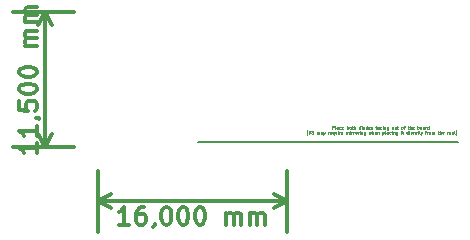
<source format=gbr>
G04 #@! TF.FileFunction,Other,Comment*
%FSLAX46Y46*%
G04 Gerber Fmt 4.6, Leading zero omitted, Abs format (unit mm)*
G04 Created by KiCad (PCBNEW 4.0.6-e0-6349~53~ubuntu16.04.1) date Wed Apr 19 22:32:26 2017*
%MOMM*%
%LPD*%
G01*
G04 APERTURE LIST*
%ADD10C,0.100000*%
%ADD11C,0.200000*%
%ADD12C,0.031750*%
%ADD13C,0.300000*%
G04 APERTURE END LIST*
D10*
D11*
X155500000Y-127000000D02*
X133500000Y-127000000D01*
D12*
X144815043Y-125908530D02*
X144815043Y-125654530D01*
X144911805Y-125654530D01*
X144935996Y-125666625D01*
X144948091Y-125678720D01*
X144960186Y-125702911D01*
X144960186Y-125739196D01*
X144948091Y-125763387D01*
X144935996Y-125775482D01*
X144911805Y-125787577D01*
X144815043Y-125787577D01*
X145105329Y-125908530D02*
X145081138Y-125896435D01*
X145069043Y-125872244D01*
X145069043Y-125654530D01*
X145310948Y-125908530D02*
X145310948Y-125775482D01*
X145298853Y-125751292D01*
X145274663Y-125739196D01*
X145226282Y-125739196D01*
X145202091Y-125751292D01*
X145310948Y-125896435D02*
X145286758Y-125908530D01*
X145226282Y-125908530D01*
X145202091Y-125896435D01*
X145189996Y-125872244D01*
X145189996Y-125848054D01*
X145202091Y-125823863D01*
X145226282Y-125811768D01*
X145286758Y-125811768D01*
X145310948Y-125799673D01*
X145540758Y-125896435D02*
X145516568Y-125908530D01*
X145468187Y-125908530D01*
X145443996Y-125896435D01*
X145431901Y-125884339D01*
X145419806Y-125860149D01*
X145419806Y-125787577D01*
X145431901Y-125763387D01*
X145443996Y-125751292D01*
X145468187Y-125739196D01*
X145516568Y-125739196D01*
X145540758Y-125751292D01*
X145746377Y-125896435D02*
X145722187Y-125908530D01*
X145673806Y-125908530D01*
X145649615Y-125896435D01*
X145637520Y-125872244D01*
X145637520Y-125775482D01*
X145649615Y-125751292D01*
X145673806Y-125739196D01*
X145722187Y-125739196D01*
X145746377Y-125751292D01*
X145758472Y-125775482D01*
X145758472Y-125799673D01*
X145637520Y-125823863D01*
X146060853Y-125908530D02*
X146060853Y-125654530D01*
X146060853Y-125751292D02*
X146085044Y-125739196D01*
X146133425Y-125739196D01*
X146157615Y-125751292D01*
X146169710Y-125763387D01*
X146181806Y-125787577D01*
X146181806Y-125860149D01*
X146169710Y-125884339D01*
X146157615Y-125896435D01*
X146133425Y-125908530D01*
X146085044Y-125908530D01*
X146060853Y-125896435D01*
X146326949Y-125908530D02*
X146302758Y-125896435D01*
X146290663Y-125884339D01*
X146278568Y-125860149D01*
X146278568Y-125787577D01*
X146290663Y-125763387D01*
X146302758Y-125751292D01*
X146326949Y-125739196D01*
X146363235Y-125739196D01*
X146387425Y-125751292D01*
X146399520Y-125763387D01*
X146411616Y-125787577D01*
X146411616Y-125860149D01*
X146399520Y-125884339D01*
X146387425Y-125896435D01*
X146363235Y-125908530D01*
X146326949Y-125908530D01*
X146484187Y-125739196D02*
X146580949Y-125739196D01*
X146520473Y-125654530D02*
X146520473Y-125872244D01*
X146532568Y-125896435D01*
X146556759Y-125908530D01*
X146580949Y-125908530D01*
X146665616Y-125908530D02*
X146665616Y-125654530D01*
X146774473Y-125908530D02*
X146774473Y-125775482D01*
X146762378Y-125751292D01*
X146738188Y-125739196D01*
X146701902Y-125739196D01*
X146677711Y-125751292D01*
X146665616Y-125763387D01*
X147197807Y-125908530D02*
X147197807Y-125654530D01*
X147197807Y-125896435D02*
X147173617Y-125908530D01*
X147125236Y-125908530D01*
X147101045Y-125896435D01*
X147088950Y-125884339D01*
X147076855Y-125860149D01*
X147076855Y-125787577D01*
X147088950Y-125763387D01*
X147101045Y-125751292D01*
X147125236Y-125739196D01*
X147173617Y-125739196D01*
X147197807Y-125751292D01*
X147318760Y-125908530D02*
X147318760Y-125739196D01*
X147318760Y-125654530D02*
X147306665Y-125666625D01*
X147318760Y-125678720D01*
X147330855Y-125666625D01*
X147318760Y-125654530D01*
X147318760Y-125678720D01*
X147475998Y-125908530D02*
X147451807Y-125896435D01*
X147439712Y-125884339D01*
X147427617Y-125860149D01*
X147427617Y-125787577D01*
X147439712Y-125763387D01*
X147451807Y-125751292D01*
X147475998Y-125739196D01*
X147512284Y-125739196D01*
X147536474Y-125751292D01*
X147548569Y-125763387D01*
X147560665Y-125787577D01*
X147560665Y-125860149D01*
X147548569Y-125884339D01*
X147536474Y-125896435D01*
X147512284Y-125908530D01*
X147475998Y-125908530D01*
X147778379Y-125908530D02*
X147778379Y-125654530D01*
X147778379Y-125896435D02*
X147754189Y-125908530D01*
X147705808Y-125908530D01*
X147681617Y-125896435D01*
X147669522Y-125884339D01*
X147657427Y-125860149D01*
X147657427Y-125787577D01*
X147669522Y-125763387D01*
X147681617Y-125751292D01*
X147705808Y-125739196D01*
X147754189Y-125739196D01*
X147778379Y-125751292D01*
X147996094Y-125896435D02*
X147971904Y-125908530D01*
X147923523Y-125908530D01*
X147899332Y-125896435D01*
X147887237Y-125872244D01*
X147887237Y-125775482D01*
X147899332Y-125751292D01*
X147923523Y-125739196D01*
X147971904Y-125739196D01*
X147996094Y-125751292D01*
X148008189Y-125775482D01*
X148008189Y-125799673D01*
X147887237Y-125823863D01*
X148104951Y-125896435D02*
X148129141Y-125908530D01*
X148177522Y-125908530D01*
X148201713Y-125896435D01*
X148213808Y-125872244D01*
X148213808Y-125860149D01*
X148201713Y-125835958D01*
X148177522Y-125823863D01*
X148141237Y-125823863D01*
X148117046Y-125811768D01*
X148104951Y-125787577D01*
X148104951Y-125775482D01*
X148117046Y-125751292D01*
X148141237Y-125739196D01*
X148177522Y-125739196D01*
X148201713Y-125751292D01*
X148479903Y-125739196D02*
X148576665Y-125739196D01*
X148516189Y-125908530D02*
X148516189Y-125690815D01*
X148528284Y-125666625D01*
X148552475Y-125654530D01*
X148576665Y-125654530D01*
X148770189Y-125908530D02*
X148770189Y-125775482D01*
X148758094Y-125751292D01*
X148733904Y-125739196D01*
X148685523Y-125739196D01*
X148661332Y-125751292D01*
X148770189Y-125896435D02*
X148745999Y-125908530D01*
X148685523Y-125908530D01*
X148661332Y-125896435D01*
X148649237Y-125872244D01*
X148649237Y-125848054D01*
X148661332Y-125823863D01*
X148685523Y-125811768D01*
X148745999Y-125811768D01*
X148770189Y-125799673D01*
X148999999Y-125896435D02*
X148975809Y-125908530D01*
X148927428Y-125908530D01*
X148903237Y-125896435D01*
X148891142Y-125884339D01*
X148879047Y-125860149D01*
X148879047Y-125787577D01*
X148891142Y-125763387D01*
X148903237Y-125751292D01*
X148927428Y-125739196D01*
X148975809Y-125739196D01*
X148999999Y-125751292D01*
X149108856Y-125908530D02*
X149108856Y-125739196D01*
X149108856Y-125654530D02*
X149096761Y-125666625D01*
X149108856Y-125678720D01*
X149120951Y-125666625D01*
X149108856Y-125654530D01*
X149108856Y-125678720D01*
X149229808Y-125739196D02*
X149229808Y-125908530D01*
X149229808Y-125763387D02*
X149241903Y-125751292D01*
X149266094Y-125739196D01*
X149302380Y-125739196D01*
X149326570Y-125751292D01*
X149338665Y-125775482D01*
X149338665Y-125908530D01*
X149568475Y-125739196D02*
X149568475Y-125944815D01*
X149556380Y-125969006D01*
X149544285Y-125981101D01*
X149520094Y-125993196D01*
X149483809Y-125993196D01*
X149459618Y-125981101D01*
X149568475Y-125896435D02*
X149544285Y-125908530D01*
X149495904Y-125908530D01*
X149471713Y-125896435D01*
X149459618Y-125884339D01*
X149447523Y-125860149D01*
X149447523Y-125787577D01*
X149459618Y-125763387D01*
X149471713Y-125751292D01*
X149495904Y-125739196D01*
X149544285Y-125739196D01*
X149568475Y-125751292D01*
X149919238Y-125908530D02*
X149895047Y-125896435D01*
X149882952Y-125884339D01*
X149870857Y-125860149D01*
X149870857Y-125787577D01*
X149882952Y-125763387D01*
X149895047Y-125751292D01*
X149919238Y-125739196D01*
X149955524Y-125739196D01*
X149979714Y-125751292D01*
X149991809Y-125763387D01*
X150003905Y-125787577D01*
X150003905Y-125860149D01*
X149991809Y-125884339D01*
X149979714Y-125896435D01*
X149955524Y-125908530D01*
X149919238Y-125908530D01*
X150221619Y-125739196D02*
X150221619Y-125908530D01*
X150112762Y-125739196D02*
X150112762Y-125872244D01*
X150124857Y-125896435D01*
X150149048Y-125908530D01*
X150185334Y-125908530D01*
X150209524Y-125896435D01*
X150221619Y-125884339D01*
X150306286Y-125739196D02*
X150403048Y-125739196D01*
X150342572Y-125654530D02*
X150342572Y-125872244D01*
X150354667Y-125896435D01*
X150378858Y-125908530D01*
X150403048Y-125908530D01*
X150717525Y-125908530D02*
X150693334Y-125896435D01*
X150681239Y-125884339D01*
X150669144Y-125860149D01*
X150669144Y-125787577D01*
X150681239Y-125763387D01*
X150693334Y-125751292D01*
X150717525Y-125739196D01*
X150753811Y-125739196D01*
X150778001Y-125751292D01*
X150790096Y-125763387D01*
X150802192Y-125787577D01*
X150802192Y-125860149D01*
X150790096Y-125884339D01*
X150778001Y-125896435D01*
X150753811Y-125908530D01*
X150717525Y-125908530D01*
X150874763Y-125739196D02*
X150971525Y-125739196D01*
X150911049Y-125908530D02*
X150911049Y-125690815D01*
X150923144Y-125666625D01*
X150947335Y-125654530D01*
X150971525Y-125654530D01*
X151213430Y-125739196D02*
X151310192Y-125739196D01*
X151249716Y-125654530D02*
X151249716Y-125872244D01*
X151261811Y-125896435D01*
X151286002Y-125908530D01*
X151310192Y-125908530D01*
X151394859Y-125908530D02*
X151394859Y-125654530D01*
X151503716Y-125908530D02*
X151503716Y-125775482D01*
X151491621Y-125751292D01*
X151467431Y-125739196D01*
X151431145Y-125739196D01*
X151406954Y-125751292D01*
X151394859Y-125763387D01*
X151721431Y-125896435D02*
X151697241Y-125908530D01*
X151648860Y-125908530D01*
X151624669Y-125896435D01*
X151612574Y-125872244D01*
X151612574Y-125775482D01*
X151624669Y-125751292D01*
X151648860Y-125739196D01*
X151697241Y-125739196D01*
X151721431Y-125751292D01*
X151733526Y-125775482D01*
X151733526Y-125799673D01*
X151612574Y-125823863D01*
X152035907Y-125908530D02*
X152035907Y-125654530D01*
X152035907Y-125751292D02*
X152060098Y-125739196D01*
X152108479Y-125739196D01*
X152132669Y-125751292D01*
X152144764Y-125763387D01*
X152156860Y-125787577D01*
X152156860Y-125860149D01*
X152144764Y-125884339D01*
X152132669Y-125896435D01*
X152108479Y-125908530D01*
X152060098Y-125908530D01*
X152035907Y-125896435D01*
X152302003Y-125908530D02*
X152277812Y-125896435D01*
X152265717Y-125884339D01*
X152253622Y-125860149D01*
X152253622Y-125787577D01*
X152265717Y-125763387D01*
X152277812Y-125751292D01*
X152302003Y-125739196D01*
X152338289Y-125739196D01*
X152362479Y-125751292D01*
X152374574Y-125763387D01*
X152386670Y-125787577D01*
X152386670Y-125860149D01*
X152374574Y-125884339D01*
X152362479Y-125896435D01*
X152338289Y-125908530D01*
X152302003Y-125908530D01*
X152604384Y-125908530D02*
X152604384Y-125775482D01*
X152592289Y-125751292D01*
X152568099Y-125739196D01*
X152519718Y-125739196D01*
X152495527Y-125751292D01*
X152604384Y-125896435D02*
X152580194Y-125908530D01*
X152519718Y-125908530D01*
X152495527Y-125896435D01*
X152483432Y-125872244D01*
X152483432Y-125848054D01*
X152495527Y-125823863D01*
X152519718Y-125811768D01*
X152580194Y-125811768D01*
X152604384Y-125799673D01*
X152725337Y-125908530D02*
X152725337Y-125739196D01*
X152725337Y-125787577D02*
X152737432Y-125763387D01*
X152749528Y-125751292D01*
X152773718Y-125739196D01*
X152797909Y-125739196D01*
X152991432Y-125908530D02*
X152991432Y-125654530D01*
X152991432Y-125896435D02*
X152967242Y-125908530D01*
X152918861Y-125908530D01*
X152894670Y-125896435D01*
X152882575Y-125884339D01*
X152870480Y-125860149D01*
X152870480Y-125787577D01*
X152882575Y-125763387D01*
X152894670Y-125751292D01*
X152918861Y-125739196D01*
X152967242Y-125739196D01*
X152991432Y-125751292D01*
X142728617Y-126418042D02*
X142716521Y-126405946D01*
X142692331Y-126369661D01*
X142680236Y-126345470D01*
X142668140Y-126309185D01*
X142656045Y-126248708D01*
X142656045Y-126200327D01*
X142668140Y-126139851D01*
X142680236Y-126103565D01*
X142692331Y-126079375D01*
X142716521Y-126043089D01*
X142728617Y-126030994D01*
X142825378Y-126321280D02*
X142825378Y-126067280D01*
X142885854Y-126067280D01*
X142922140Y-126079375D01*
X142946331Y-126103565D01*
X142958426Y-126127756D01*
X142970521Y-126176137D01*
X142970521Y-126212423D01*
X142958426Y-126260804D01*
X142946331Y-126284994D01*
X142922140Y-126309185D01*
X142885854Y-126321280D01*
X142825378Y-126321280D01*
X143055188Y-126067280D02*
X143212426Y-126067280D01*
X143127759Y-126164042D01*
X143164045Y-126164042D01*
X143188235Y-126176137D01*
X143200331Y-126188232D01*
X143212426Y-126212423D01*
X143212426Y-126272899D01*
X143200331Y-126297089D01*
X143188235Y-126309185D01*
X143164045Y-126321280D01*
X143091473Y-126321280D01*
X143067283Y-126309185D01*
X143055188Y-126297089D01*
X143514807Y-126321280D02*
X143514807Y-126151946D01*
X143514807Y-126176137D02*
X143526902Y-126164042D01*
X143551093Y-126151946D01*
X143587379Y-126151946D01*
X143611569Y-126164042D01*
X143623664Y-126188232D01*
X143623664Y-126321280D01*
X143623664Y-126188232D02*
X143635760Y-126164042D01*
X143659950Y-126151946D01*
X143696236Y-126151946D01*
X143720426Y-126164042D01*
X143732521Y-126188232D01*
X143732521Y-126321280D01*
X143962331Y-126321280D02*
X143962331Y-126188232D01*
X143950236Y-126164042D01*
X143926046Y-126151946D01*
X143877665Y-126151946D01*
X143853474Y-126164042D01*
X143962331Y-126309185D02*
X143938141Y-126321280D01*
X143877665Y-126321280D01*
X143853474Y-126309185D01*
X143841379Y-126284994D01*
X143841379Y-126260804D01*
X143853474Y-126236613D01*
X143877665Y-126224518D01*
X143938141Y-126224518D01*
X143962331Y-126212423D01*
X144059094Y-126151946D02*
X144119570Y-126321280D01*
X144180046Y-126151946D02*
X144119570Y-126321280D01*
X144095379Y-126381756D01*
X144083284Y-126393851D01*
X144059094Y-126405946D01*
X144470332Y-126321280D02*
X144470332Y-126151946D01*
X144470332Y-126200327D02*
X144482427Y-126176137D01*
X144494523Y-126164042D01*
X144518713Y-126151946D01*
X144542904Y-126151946D01*
X144724332Y-126309185D02*
X144700142Y-126321280D01*
X144651761Y-126321280D01*
X144627570Y-126309185D01*
X144615475Y-126284994D01*
X144615475Y-126188232D01*
X144627570Y-126164042D01*
X144651761Y-126151946D01*
X144700142Y-126151946D01*
X144724332Y-126164042D01*
X144736427Y-126188232D01*
X144736427Y-126212423D01*
X144615475Y-126236613D01*
X144954141Y-126151946D02*
X144954141Y-126405946D01*
X144954141Y-126309185D02*
X144929951Y-126321280D01*
X144881570Y-126321280D01*
X144857379Y-126309185D01*
X144845284Y-126297089D01*
X144833189Y-126272899D01*
X144833189Y-126200327D01*
X144845284Y-126176137D01*
X144857379Y-126164042D01*
X144881570Y-126151946D01*
X144929951Y-126151946D01*
X144954141Y-126164042D01*
X145183951Y-126151946D02*
X145183951Y-126321280D01*
X145075094Y-126151946D02*
X145075094Y-126284994D01*
X145087189Y-126309185D01*
X145111380Y-126321280D01*
X145147666Y-126321280D01*
X145171856Y-126309185D01*
X145183951Y-126297089D01*
X145304904Y-126321280D02*
X145304904Y-126151946D01*
X145304904Y-126067280D02*
X145292809Y-126079375D01*
X145304904Y-126091470D01*
X145316999Y-126079375D01*
X145304904Y-126067280D01*
X145304904Y-126091470D01*
X145425856Y-126321280D02*
X145425856Y-126151946D01*
X145425856Y-126200327D02*
X145437951Y-126176137D01*
X145450047Y-126164042D01*
X145474237Y-126151946D01*
X145498428Y-126151946D01*
X145679856Y-126309185D02*
X145655666Y-126321280D01*
X145607285Y-126321280D01*
X145583094Y-126309185D01*
X145570999Y-126284994D01*
X145570999Y-126188232D01*
X145583094Y-126164042D01*
X145607285Y-126151946D01*
X145655666Y-126151946D01*
X145679856Y-126164042D01*
X145691951Y-126188232D01*
X145691951Y-126212423D01*
X145570999Y-126236613D01*
X145994332Y-126321280D02*
X145994332Y-126151946D01*
X145994332Y-126176137D02*
X146006427Y-126164042D01*
X146030618Y-126151946D01*
X146066904Y-126151946D01*
X146091094Y-126164042D01*
X146103189Y-126188232D01*
X146103189Y-126321280D01*
X146103189Y-126188232D02*
X146115285Y-126164042D01*
X146139475Y-126151946D01*
X146175761Y-126151946D01*
X146199951Y-126164042D01*
X146212046Y-126188232D01*
X146212046Y-126321280D01*
X146332999Y-126321280D02*
X146332999Y-126151946D01*
X146332999Y-126067280D02*
X146320904Y-126079375D01*
X146332999Y-126091470D01*
X146345094Y-126079375D01*
X146332999Y-126067280D01*
X146332999Y-126091470D01*
X146453951Y-126321280D02*
X146453951Y-126151946D01*
X146453951Y-126200327D02*
X146466046Y-126176137D01*
X146478142Y-126164042D01*
X146502332Y-126151946D01*
X146526523Y-126151946D01*
X146611189Y-126321280D02*
X146611189Y-126151946D01*
X146611189Y-126200327D02*
X146623284Y-126176137D01*
X146635380Y-126164042D01*
X146659570Y-126151946D01*
X146683761Y-126151946D01*
X146804713Y-126321280D02*
X146780522Y-126309185D01*
X146768427Y-126297089D01*
X146756332Y-126272899D01*
X146756332Y-126200327D01*
X146768427Y-126176137D01*
X146780522Y-126164042D01*
X146804713Y-126151946D01*
X146840999Y-126151946D01*
X146865189Y-126164042D01*
X146877284Y-126176137D01*
X146889380Y-126200327D01*
X146889380Y-126272899D01*
X146877284Y-126297089D01*
X146865189Y-126309185D01*
X146840999Y-126321280D01*
X146804713Y-126321280D01*
X146998237Y-126321280D02*
X146998237Y-126151946D01*
X146998237Y-126200327D02*
X147010332Y-126176137D01*
X147022428Y-126164042D01*
X147046618Y-126151946D01*
X147070809Y-126151946D01*
X147155475Y-126321280D02*
X147155475Y-126151946D01*
X147155475Y-126067280D02*
X147143380Y-126079375D01*
X147155475Y-126091470D01*
X147167570Y-126079375D01*
X147155475Y-126067280D01*
X147155475Y-126091470D01*
X147276427Y-126151946D02*
X147276427Y-126321280D01*
X147276427Y-126176137D02*
X147288522Y-126164042D01*
X147312713Y-126151946D01*
X147348999Y-126151946D01*
X147373189Y-126164042D01*
X147385284Y-126188232D01*
X147385284Y-126321280D01*
X147615094Y-126151946D02*
X147615094Y-126357565D01*
X147602999Y-126381756D01*
X147590904Y-126393851D01*
X147566713Y-126405946D01*
X147530428Y-126405946D01*
X147506237Y-126393851D01*
X147615094Y-126309185D02*
X147590904Y-126321280D01*
X147542523Y-126321280D01*
X147518332Y-126309185D01*
X147506237Y-126297089D01*
X147494142Y-126272899D01*
X147494142Y-126200327D01*
X147506237Y-126176137D01*
X147518332Y-126164042D01*
X147542523Y-126151946D01*
X147590904Y-126151946D01*
X147615094Y-126164042D01*
X147905381Y-126151946D02*
X147953762Y-126321280D01*
X148002143Y-126200327D01*
X148050524Y-126321280D01*
X148098905Y-126151946D01*
X148195666Y-126321280D02*
X148195666Y-126067280D01*
X148304523Y-126321280D02*
X148304523Y-126188232D01*
X148292428Y-126164042D01*
X148268238Y-126151946D01*
X148231952Y-126151946D01*
X148207761Y-126164042D01*
X148195666Y-126176137D01*
X148522238Y-126309185D02*
X148498048Y-126321280D01*
X148449667Y-126321280D01*
X148425476Y-126309185D01*
X148413381Y-126284994D01*
X148413381Y-126188232D01*
X148425476Y-126164042D01*
X148449667Y-126151946D01*
X148498048Y-126151946D01*
X148522238Y-126164042D01*
X148534333Y-126188232D01*
X148534333Y-126212423D01*
X148413381Y-126236613D01*
X148643190Y-126151946D02*
X148643190Y-126321280D01*
X148643190Y-126176137D02*
X148655285Y-126164042D01*
X148679476Y-126151946D01*
X148715762Y-126151946D01*
X148739952Y-126164042D01*
X148752047Y-126188232D01*
X148752047Y-126321280D01*
X149066524Y-126151946D02*
X149066524Y-126405946D01*
X149066524Y-126164042D02*
X149090715Y-126151946D01*
X149139096Y-126151946D01*
X149163286Y-126164042D01*
X149175381Y-126176137D01*
X149187477Y-126200327D01*
X149187477Y-126272899D01*
X149175381Y-126297089D01*
X149163286Y-126309185D01*
X149139096Y-126321280D01*
X149090715Y-126321280D01*
X149066524Y-126309185D01*
X149332620Y-126321280D02*
X149308429Y-126309185D01*
X149296334Y-126284994D01*
X149296334Y-126067280D01*
X149538239Y-126321280D02*
X149538239Y-126188232D01*
X149526144Y-126164042D01*
X149501954Y-126151946D01*
X149453573Y-126151946D01*
X149429382Y-126164042D01*
X149538239Y-126309185D02*
X149514049Y-126321280D01*
X149453573Y-126321280D01*
X149429382Y-126309185D01*
X149417287Y-126284994D01*
X149417287Y-126260804D01*
X149429382Y-126236613D01*
X149453573Y-126224518D01*
X149514049Y-126224518D01*
X149538239Y-126212423D01*
X149768049Y-126309185D02*
X149743859Y-126321280D01*
X149695478Y-126321280D01*
X149671287Y-126309185D01*
X149659192Y-126297089D01*
X149647097Y-126272899D01*
X149647097Y-126200327D01*
X149659192Y-126176137D01*
X149671287Y-126164042D01*
X149695478Y-126151946D01*
X149743859Y-126151946D01*
X149768049Y-126164042D01*
X149876906Y-126321280D02*
X149876906Y-126151946D01*
X149876906Y-126067280D02*
X149864811Y-126079375D01*
X149876906Y-126091470D01*
X149889001Y-126079375D01*
X149876906Y-126067280D01*
X149876906Y-126091470D01*
X149997858Y-126151946D02*
X149997858Y-126321280D01*
X149997858Y-126176137D02*
X150009953Y-126164042D01*
X150034144Y-126151946D01*
X150070430Y-126151946D01*
X150094620Y-126164042D01*
X150106715Y-126188232D01*
X150106715Y-126321280D01*
X150336525Y-126151946D02*
X150336525Y-126357565D01*
X150324430Y-126381756D01*
X150312335Y-126393851D01*
X150288144Y-126405946D01*
X150251859Y-126405946D01*
X150227668Y-126393851D01*
X150336525Y-126309185D02*
X150312335Y-126321280D01*
X150263954Y-126321280D01*
X150239763Y-126309185D01*
X150227668Y-126297089D01*
X150215573Y-126272899D01*
X150215573Y-126200327D01*
X150227668Y-126176137D01*
X150239763Y-126164042D01*
X150263954Y-126151946D01*
X150312335Y-126151946D01*
X150336525Y-126164042D01*
X150651002Y-126321280D02*
X150651002Y-126151946D01*
X150651002Y-126067280D02*
X150638907Y-126079375D01*
X150651002Y-126091470D01*
X150663097Y-126079375D01*
X150651002Y-126067280D01*
X150651002Y-126091470D01*
X150735668Y-126151946D02*
X150832430Y-126151946D01*
X150771954Y-126067280D02*
X150771954Y-126284994D01*
X150784049Y-126309185D01*
X150808240Y-126321280D01*
X150832430Y-126321280D01*
X151219478Y-126321280D02*
X151219478Y-126067280D01*
X151219478Y-126309185D02*
X151195288Y-126321280D01*
X151146907Y-126321280D01*
X151122716Y-126309185D01*
X151110621Y-126297089D01*
X151098526Y-126272899D01*
X151098526Y-126200327D01*
X151110621Y-126176137D01*
X151122716Y-126164042D01*
X151146907Y-126151946D01*
X151195288Y-126151946D01*
X151219478Y-126164042D01*
X151340431Y-126321280D02*
X151340431Y-126151946D01*
X151340431Y-126067280D02*
X151328336Y-126079375D01*
X151340431Y-126091470D01*
X151352526Y-126079375D01*
X151340431Y-126067280D01*
X151340431Y-126091470D01*
X151461383Y-126321280D02*
X151461383Y-126151946D01*
X151461383Y-126200327D02*
X151473478Y-126176137D01*
X151485574Y-126164042D01*
X151509764Y-126151946D01*
X151533955Y-126151946D01*
X151715383Y-126309185D02*
X151691193Y-126321280D01*
X151642812Y-126321280D01*
X151618621Y-126309185D01*
X151606526Y-126284994D01*
X151606526Y-126188232D01*
X151618621Y-126164042D01*
X151642812Y-126151946D01*
X151691193Y-126151946D01*
X151715383Y-126164042D01*
X151727478Y-126188232D01*
X151727478Y-126212423D01*
X151606526Y-126236613D01*
X151945192Y-126309185D02*
X151921002Y-126321280D01*
X151872621Y-126321280D01*
X151848430Y-126309185D01*
X151836335Y-126297089D01*
X151824240Y-126272899D01*
X151824240Y-126200327D01*
X151836335Y-126176137D01*
X151848430Y-126164042D01*
X151872621Y-126151946D01*
X151921002Y-126151946D01*
X151945192Y-126164042D01*
X152017763Y-126151946D02*
X152114525Y-126151946D01*
X152054049Y-126067280D02*
X152054049Y-126284994D01*
X152066144Y-126309185D01*
X152090335Y-126321280D01*
X152114525Y-126321280D01*
X152235478Y-126321280D02*
X152211287Y-126309185D01*
X152199192Y-126284994D01*
X152199192Y-126067280D01*
X152308050Y-126151946D02*
X152368526Y-126321280D01*
X152429002Y-126151946D02*
X152368526Y-126321280D01*
X152344335Y-126381756D01*
X152332240Y-126393851D01*
X152308050Y-126405946D01*
X152683002Y-126151946D02*
X152779764Y-126151946D01*
X152719288Y-126321280D02*
X152719288Y-126103565D01*
X152731383Y-126079375D01*
X152755574Y-126067280D01*
X152779764Y-126067280D01*
X152864431Y-126321280D02*
X152864431Y-126151946D01*
X152864431Y-126200327D02*
X152876526Y-126176137D01*
X152888622Y-126164042D01*
X152912812Y-126151946D01*
X152937003Y-126151946D01*
X153057955Y-126321280D02*
X153033764Y-126309185D01*
X153021669Y-126297089D01*
X153009574Y-126272899D01*
X153009574Y-126200327D01*
X153021669Y-126176137D01*
X153033764Y-126164042D01*
X153057955Y-126151946D01*
X153094241Y-126151946D01*
X153118431Y-126164042D01*
X153130526Y-126176137D01*
X153142622Y-126200327D01*
X153142622Y-126272899D01*
X153130526Y-126297089D01*
X153118431Y-126309185D01*
X153094241Y-126321280D01*
X153057955Y-126321280D01*
X153251479Y-126321280D02*
X153251479Y-126151946D01*
X153251479Y-126176137D02*
X153263574Y-126164042D01*
X153287765Y-126151946D01*
X153324051Y-126151946D01*
X153348241Y-126164042D01*
X153360336Y-126188232D01*
X153360336Y-126321280D01*
X153360336Y-126188232D02*
X153372432Y-126164042D01*
X153396622Y-126151946D01*
X153432908Y-126151946D01*
X153457098Y-126164042D01*
X153469193Y-126188232D01*
X153469193Y-126321280D01*
X153747384Y-126151946D02*
X153844146Y-126151946D01*
X153783670Y-126067280D02*
X153783670Y-126284994D01*
X153795765Y-126309185D01*
X153819956Y-126321280D01*
X153844146Y-126321280D01*
X153928813Y-126321280D02*
X153928813Y-126067280D01*
X154037670Y-126321280D02*
X154037670Y-126188232D01*
X154025575Y-126164042D01*
X154001385Y-126151946D01*
X153965099Y-126151946D01*
X153940908Y-126164042D01*
X153928813Y-126176137D01*
X154255385Y-126309185D02*
X154231195Y-126321280D01*
X154182814Y-126321280D01*
X154158623Y-126309185D01*
X154146528Y-126284994D01*
X154146528Y-126188232D01*
X154158623Y-126164042D01*
X154182814Y-126151946D01*
X154231195Y-126151946D01*
X154255385Y-126164042D01*
X154267480Y-126188232D01*
X154267480Y-126212423D01*
X154146528Y-126236613D01*
X154569861Y-126321280D02*
X154569861Y-126151946D01*
X154569861Y-126200327D02*
X154581956Y-126176137D01*
X154594052Y-126164042D01*
X154618242Y-126151946D01*
X154642433Y-126151946D01*
X154823861Y-126309185D02*
X154799671Y-126321280D01*
X154751290Y-126321280D01*
X154727099Y-126309185D01*
X154715004Y-126284994D01*
X154715004Y-126188232D01*
X154727099Y-126164042D01*
X154751290Y-126151946D01*
X154799671Y-126151946D01*
X154823861Y-126164042D01*
X154835956Y-126188232D01*
X154835956Y-126212423D01*
X154715004Y-126236613D01*
X155041575Y-126309185D02*
X155017385Y-126321280D01*
X154969004Y-126321280D01*
X154944813Y-126309185D01*
X154932718Y-126284994D01*
X154932718Y-126188232D01*
X154944813Y-126164042D01*
X154969004Y-126151946D01*
X155017385Y-126151946D01*
X155041575Y-126164042D01*
X155053670Y-126188232D01*
X155053670Y-126212423D01*
X154932718Y-126236613D01*
X155198813Y-126321280D02*
X155174622Y-126309185D01*
X155162527Y-126284994D01*
X155162527Y-126067280D01*
X155271385Y-126418042D02*
X155283480Y-126405946D01*
X155307670Y-126369661D01*
X155319766Y-126345470D01*
X155331861Y-126309185D01*
X155343956Y-126248708D01*
X155343956Y-126200327D01*
X155331861Y-126139851D01*
X155319766Y-126103565D01*
X155307670Y-126079375D01*
X155283480Y-126043089D01*
X155271385Y-126030994D01*
D13*
X119828571Y-127107142D02*
X119828571Y-127964285D01*
X119828571Y-127535713D02*
X118328571Y-127535713D01*
X118542857Y-127678570D01*
X118685714Y-127821428D01*
X118757143Y-127964285D01*
X119828571Y-125678571D02*
X119828571Y-126535714D01*
X119828571Y-126107142D02*
X118328571Y-126107142D01*
X118542857Y-126249999D01*
X118685714Y-126392857D01*
X118757143Y-126535714D01*
X119757143Y-124964286D02*
X119828571Y-124964286D01*
X119971429Y-125035714D01*
X120042857Y-125107143D01*
X118328571Y-123607142D02*
X118328571Y-124321428D01*
X119042857Y-124392857D01*
X118971429Y-124321428D01*
X118900000Y-124178571D01*
X118900000Y-123821428D01*
X118971429Y-123678571D01*
X119042857Y-123607142D01*
X119185714Y-123535714D01*
X119542857Y-123535714D01*
X119685714Y-123607142D01*
X119757143Y-123678571D01*
X119828571Y-123821428D01*
X119828571Y-124178571D01*
X119757143Y-124321428D01*
X119685714Y-124392857D01*
X118328571Y-122607143D02*
X118328571Y-122464286D01*
X118400000Y-122321429D01*
X118471429Y-122250000D01*
X118614286Y-122178571D01*
X118900000Y-122107143D01*
X119257143Y-122107143D01*
X119542857Y-122178571D01*
X119685714Y-122250000D01*
X119757143Y-122321429D01*
X119828571Y-122464286D01*
X119828571Y-122607143D01*
X119757143Y-122750000D01*
X119685714Y-122821429D01*
X119542857Y-122892857D01*
X119257143Y-122964286D01*
X118900000Y-122964286D01*
X118614286Y-122892857D01*
X118471429Y-122821429D01*
X118400000Y-122750000D01*
X118328571Y-122607143D01*
X118328571Y-121178572D02*
X118328571Y-121035715D01*
X118400000Y-120892858D01*
X118471429Y-120821429D01*
X118614286Y-120750000D01*
X118900000Y-120678572D01*
X119257143Y-120678572D01*
X119542857Y-120750000D01*
X119685714Y-120821429D01*
X119757143Y-120892858D01*
X119828571Y-121035715D01*
X119828571Y-121178572D01*
X119757143Y-121321429D01*
X119685714Y-121392858D01*
X119542857Y-121464286D01*
X119257143Y-121535715D01*
X118900000Y-121535715D01*
X118614286Y-121464286D01*
X118471429Y-121392858D01*
X118400000Y-121321429D01*
X118328571Y-121178572D01*
X119828571Y-118892858D02*
X118828571Y-118892858D01*
X118971429Y-118892858D02*
X118900000Y-118821430D01*
X118828571Y-118678572D01*
X118828571Y-118464287D01*
X118900000Y-118321430D01*
X119042857Y-118250001D01*
X119828571Y-118250001D01*
X119042857Y-118250001D02*
X118900000Y-118178572D01*
X118828571Y-118035715D01*
X118828571Y-117821430D01*
X118900000Y-117678572D01*
X119042857Y-117607144D01*
X119828571Y-117607144D01*
X119828571Y-116892858D02*
X118828571Y-116892858D01*
X118971429Y-116892858D02*
X118900000Y-116821430D01*
X118828571Y-116678572D01*
X118828571Y-116464287D01*
X118900000Y-116321430D01*
X119042857Y-116250001D01*
X119828571Y-116250001D01*
X119042857Y-116250001D02*
X118900000Y-116178572D01*
X118828571Y-116035715D01*
X118828571Y-115821430D01*
X118900000Y-115678572D01*
X119042857Y-115607144D01*
X119828571Y-115607144D01*
X120500000Y-127500000D02*
X120500000Y-116000000D01*
X123000000Y-127500000D02*
X117800000Y-127500000D01*
X123000000Y-116000000D02*
X117800000Y-116000000D01*
X120500000Y-116000000D02*
X121086421Y-117126504D01*
X120500000Y-116000000D02*
X119913579Y-117126504D01*
X120500000Y-127500000D02*
X121086421Y-126373496D01*
X120500000Y-127500000D02*
X119913579Y-126373496D01*
X127642858Y-134028571D02*
X126785715Y-134028571D01*
X127214287Y-134028571D02*
X127214287Y-132528571D01*
X127071430Y-132742857D01*
X126928572Y-132885714D01*
X126785715Y-132957143D01*
X128928572Y-132528571D02*
X128642858Y-132528571D01*
X128500001Y-132600000D01*
X128428572Y-132671429D01*
X128285715Y-132885714D01*
X128214286Y-133171429D01*
X128214286Y-133742857D01*
X128285715Y-133885714D01*
X128357143Y-133957143D01*
X128500001Y-134028571D01*
X128785715Y-134028571D01*
X128928572Y-133957143D01*
X129000001Y-133885714D01*
X129071429Y-133742857D01*
X129071429Y-133385714D01*
X129000001Y-133242857D01*
X128928572Y-133171429D01*
X128785715Y-133100000D01*
X128500001Y-133100000D01*
X128357143Y-133171429D01*
X128285715Y-133242857D01*
X128214286Y-133385714D01*
X129785714Y-133957143D02*
X129785714Y-134028571D01*
X129714286Y-134171429D01*
X129642857Y-134242857D01*
X130714286Y-132528571D02*
X130857143Y-132528571D01*
X131000000Y-132600000D01*
X131071429Y-132671429D01*
X131142858Y-132814286D01*
X131214286Y-133100000D01*
X131214286Y-133457143D01*
X131142858Y-133742857D01*
X131071429Y-133885714D01*
X131000000Y-133957143D01*
X130857143Y-134028571D01*
X130714286Y-134028571D01*
X130571429Y-133957143D01*
X130500000Y-133885714D01*
X130428572Y-133742857D01*
X130357143Y-133457143D01*
X130357143Y-133100000D01*
X130428572Y-132814286D01*
X130500000Y-132671429D01*
X130571429Y-132600000D01*
X130714286Y-132528571D01*
X132142857Y-132528571D02*
X132285714Y-132528571D01*
X132428571Y-132600000D01*
X132500000Y-132671429D01*
X132571429Y-132814286D01*
X132642857Y-133100000D01*
X132642857Y-133457143D01*
X132571429Y-133742857D01*
X132500000Y-133885714D01*
X132428571Y-133957143D01*
X132285714Y-134028571D01*
X132142857Y-134028571D01*
X132000000Y-133957143D01*
X131928571Y-133885714D01*
X131857143Y-133742857D01*
X131785714Y-133457143D01*
X131785714Y-133100000D01*
X131857143Y-132814286D01*
X131928571Y-132671429D01*
X132000000Y-132600000D01*
X132142857Y-132528571D01*
X133571428Y-132528571D02*
X133714285Y-132528571D01*
X133857142Y-132600000D01*
X133928571Y-132671429D01*
X134000000Y-132814286D01*
X134071428Y-133100000D01*
X134071428Y-133457143D01*
X134000000Y-133742857D01*
X133928571Y-133885714D01*
X133857142Y-133957143D01*
X133714285Y-134028571D01*
X133571428Y-134028571D01*
X133428571Y-133957143D01*
X133357142Y-133885714D01*
X133285714Y-133742857D01*
X133214285Y-133457143D01*
X133214285Y-133100000D01*
X133285714Y-132814286D01*
X133357142Y-132671429D01*
X133428571Y-132600000D01*
X133571428Y-132528571D01*
X135857142Y-134028571D02*
X135857142Y-133028571D01*
X135857142Y-133171429D02*
X135928570Y-133100000D01*
X136071428Y-133028571D01*
X136285713Y-133028571D01*
X136428570Y-133100000D01*
X136499999Y-133242857D01*
X136499999Y-134028571D01*
X136499999Y-133242857D02*
X136571428Y-133100000D01*
X136714285Y-133028571D01*
X136928570Y-133028571D01*
X137071428Y-133100000D01*
X137142856Y-133242857D01*
X137142856Y-134028571D01*
X137857142Y-134028571D02*
X137857142Y-133028571D01*
X137857142Y-133171429D02*
X137928570Y-133100000D01*
X138071428Y-133028571D01*
X138285713Y-133028571D01*
X138428570Y-133100000D01*
X138499999Y-133242857D01*
X138499999Y-134028571D01*
X138499999Y-133242857D02*
X138571428Y-133100000D01*
X138714285Y-133028571D01*
X138928570Y-133028571D01*
X139071428Y-133100000D01*
X139142856Y-133242857D01*
X139142856Y-134028571D01*
X125000000Y-132000000D02*
X141000000Y-132000000D01*
X125000000Y-129500000D02*
X125000000Y-134700000D01*
X141000000Y-129500000D02*
X141000000Y-134700000D01*
X141000000Y-132000000D02*
X139873496Y-132586421D01*
X141000000Y-132000000D02*
X139873496Y-131413579D01*
X125000000Y-132000000D02*
X126126504Y-132586421D01*
X125000000Y-132000000D02*
X126126504Y-131413579D01*
M02*

</source>
